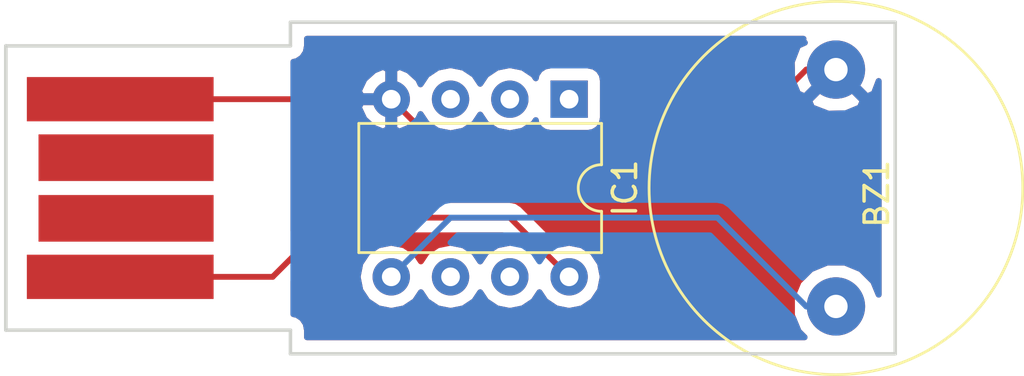
<source format=kicad_pcb>
(kicad_pcb (version 4) (host pcbnew 4.0.6)

  (general
    (links 4)
    (no_connects 0)
    (area 0 0 0 0)
    (thickness 1.6)
    (drawings 9)
    (tracks 13)
    (zones 0)
    (modules 3)
    (nets 9)
  )

  (page A4)
  (layers
    (0 F.Cu signal)
    (31 B.Cu signal)
    (32 B.Adhes user)
    (33 F.Adhes user)
    (34 B.Paste user)
    (35 F.Paste user)
    (36 B.SilkS user)
    (37 F.SilkS user)
    (38 B.Mask user)
    (39 F.Mask user)
    (40 Dwgs.User user)
    (41 Cmts.User user)
    (42 Eco1.User user)
    (43 Eco2.User user)
    (44 Edge.Cuts user)
    (45 Margin user)
    (46 B.CrtYd user)
    (47 F.CrtYd user)
    (48 B.Fab user)
    (49 F.Fab user)
  )

  (setup
    (last_trace_width 0.25)
    (trace_clearance 0.2)
    (zone_clearance 0.508)
    (zone_45_only no)
    (trace_min 0.2)
    (segment_width 0.2)
    (edge_width 0.15)
    (via_size 0.6)
    (via_drill 0.4)
    (via_min_size 0.4)
    (via_min_drill 0.3)
    (uvia_size 0.3)
    (uvia_drill 0.1)
    (uvias_allowed no)
    (uvia_min_size 0.2)
    (uvia_min_drill 0.1)
    (pcb_text_width 0.3)
    (pcb_text_size 1.5 1.5)
    (mod_edge_width 0.15)
    (mod_text_size 1 1)
    (mod_text_width 0.15)
    (pad_size 1.9 8)
    (pad_drill 0)
    (pad_to_mask_clearance 0.2)
    (aux_axis_origin 0 0)
    (visible_elements 7FFFFFFF)
    (pcbplotparams
      (layerselection 0x00030_80000001)
      (usegerberextensions false)
      (excludeedgelayer true)
      (linewidth 0.100000)
      (plotframeref false)
      (viasonmask false)
      (mode 1)
      (useauxorigin false)
      (hpglpennumber 1)
      (hpglpenspeed 20)
      (hpglpendiameter 15)
      (hpglpenoverlay 2)
      (psnegative false)
      (psa4output false)
      (plotreference true)
      (plotvalue true)
      (plotinvisibletext false)
      (padsonsilk false)
      (subtractmaskfromsilk false)
      (outputformat 1)
      (mirror false)
      (drillshape 1)
      (scaleselection 1)
      (outputdirectory ""))
  )

  (net 0 "")
  (net 1 "Net-(BZ1-Pad2)")
  (net 2 GND)
  (net 3 "Net-(IC1-Pad1)")
  (net 4 "Net-(IC1-Pad2)")
  (net 5 "Net-(IC1-Pad6)")
  (net 6 "Net-(IC1-Pad3)")
  (net 7 "Net-(IC1-Pad7)")
  (net 8 VCC)

  (net_class Default "This is the default net class."
    (clearance 0.2)
    (trace_width 0.25)
    (via_dia 0.6)
    (via_drill 0.4)
    (uvia_dia 0.3)
    (uvia_drill 0.1)
    (add_net GND)
    (add_net "Net-(BZ1-Pad2)")
    (add_net "Net-(IC1-Pad1)")
    (add_net "Net-(IC1-Pad2)")
    (add_net "Net-(IC1-Pad3)")
    (add_net "Net-(IC1-Pad6)")
    (add_net "Net-(IC1-Pad7)")
    (add_net VCC)
  )

  (module connectors:usb-PCB (layer F.Cu) (tedit 58C18398) (tstamp 58C0470B)
    (at 68.58 91.44 270)
    (attr virtual)
    (fp_text reference J2 (at 6.48 -7.85 270) (layer F.SilkS) hide
      (effects (font (size 1.5 1.5) (thickness 0.15)))
    )
    (fp_text value USB_A_PLUG (at 6.64 -10.13 270) (layer F.SilkS) hide
      (effects (font (size 1.5 1.5) (thickness 0.15)))
    )
    (fp_line (start 12.38 0) (end 12.38 -12) (layer Dwgs.User) (width 0.15))
    (fp_line (start 12.38 0) (end 0.32 0) (layer Dwgs.User) (width 0.15))
    (fp_line (start 0.32 0) (end 0.32 -12) (layer Dwgs.User) (width 0.15))
    (pad 1 connect rect (at 10.16 -4.9 270) (size 1.9 8) (layers F.Cu F.Mask)
      (net 8 VCC))
    (pad 4 connect rect (at 2.54 -4.9 270) (size 1.9 8) (layers F.Cu F.Mask)
      (net 2 GND))
    (pad 3 connect rect (at 5.05 -5.15 270) (size 2 7.5) (layers F.Cu F.Mask))
    (pad 2 connect rect (at 7.65 -5.15 270) (size 2 7.5) (layers F.Cu F.Mask))
  )

  (module Buzzers_Beepers:BUZZER (layer F.Cu) (tedit 0) (tstamp 58C1831C)
    (at 104.14 97.79 270)
    (path /58C047BC)
    (fp_text reference BZ1 (at 0.24892 -1.75006 270) (layer F.SilkS)
      (effects (font (size 1 1) (thickness 0.15)))
    )
    (fp_text value Buzzer (at 0 1.50114 270) (layer F.Fab)
      (effects (font (size 1 1) (thickness 0.15)))
    )
    (fp_circle (center 0 0) (end 8.001 0.24892) (layer F.SilkS) (width 0.12))
    (pad 2 thru_hole circle (at 5.08 0 270) (size 2.49936 2.49936) (drill 1.00076) (layers *.Cu *.Mask)
      (net 1 "Net-(BZ1-Pad2)"))
    (pad 1 thru_hole circle (at -5.08 0 270) (size 2.49936 2.49936) (drill 1.00076) (layers *.Cu *.Mask)
      (net 2 GND))
  )

  (module Housings_DIP:DIP-8_W7.62mm (layer F.Cu) (tedit 586281B4) (tstamp 58C18328)
    (at 92.71 93.98 270)
    (descr "8-lead dip package, row spacing 7.62 mm (300 mils)")
    (tags "DIL DIP PDIP 2.54mm 7.62mm 300mil")
    (path /58C04728)
    (fp_text reference IC1 (at 3.81 -2.39 270) (layer F.SilkS)
      (effects (font (size 1 1) (thickness 0.15)))
    )
    (fp_text value ATTINY85-P (at 3.81 10.01 270) (layer F.Fab)
      (effects (font (size 1 1) (thickness 0.15)))
    )
    (fp_arc (start 3.81 -1.39) (end 2.81 -1.39) (angle -180) (layer F.SilkS) (width 0.12))
    (fp_line (start 1.635 -1.27) (end 6.985 -1.27) (layer F.Fab) (width 0.1))
    (fp_line (start 6.985 -1.27) (end 6.985 8.89) (layer F.Fab) (width 0.1))
    (fp_line (start 6.985 8.89) (end 0.635 8.89) (layer F.Fab) (width 0.1))
    (fp_line (start 0.635 8.89) (end 0.635 -0.27) (layer F.Fab) (width 0.1))
    (fp_line (start 0.635 -0.27) (end 1.635 -1.27) (layer F.Fab) (width 0.1))
    (fp_line (start 2.81 -1.39) (end 1.04 -1.39) (layer F.SilkS) (width 0.12))
    (fp_line (start 1.04 -1.39) (end 1.04 9.01) (layer F.SilkS) (width 0.12))
    (fp_line (start 1.04 9.01) (end 6.58 9.01) (layer F.SilkS) (width 0.12))
    (fp_line (start 6.58 9.01) (end 6.58 -1.39) (layer F.SilkS) (width 0.12))
    (fp_line (start 6.58 -1.39) (end 4.81 -1.39) (layer F.SilkS) (width 0.12))
    (fp_line (start -1.1 -1.6) (end -1.1 9.2) (layer F.CrtYd) (width 0.05))
    (fp_line (start -1.1 9.2) (end 8.7 9.2) (layer F.CrtYd) (width 0.05))
    (fp_line (start 8.7 9.2) (end 8.7 -1.6) (layer F.CrtYd) (width 0.05))
    (fp_line (start 8.7 -1.6) (end -1.1 -1.6) (layer F.CrtYd) (width 0.05))
    (pad 1 thru_hole rect (at 0 0 270) (size 1.6 1.6) (drill 0.8) (layers *.Cu *.Mask)
      (net 3 "Net-(IC1-Pad1)"))
    (pad 5 thru_hole oval (at 7.62 7.62 270) (size 1.6 1.6) (drill 0.8) (layers *.Cu *.Mask)
      (net 1 "Net-(BZ1-Pad2)"))
    (pad 2 thru_hole oval (at 0 2.54 270) (size 1.6 1.6) (drill 0.8) (layers *.Cu *.Mask)
      (net 4 "Net-(IC1-Pad2)"))
    (pad 6 thru_hole oval (at 7.62 5.08 270) (size 1.6 1.6) (drill 0.8) (layers *.Cu *.Mask)
      (net 5 "Net-(IC1-Pad6)"))
    (pad 3 thru_hole oval (at 0 5.08 270) (size 1.6 1.6) (drill 0.8) (layers *.Cu *.Mask)
      (net 6 "Net-(IC1-Pad3)"))
    (pad 7 thru_hole oval (at 7.62 2.54 270) (size 1.6 1.6) (drill 0.8) (layers *.Cu *.Mask)
      (net 7 "Net-(IC1-Pad7)"))
    (pad 4 thru_hole oval (at 0 7.62 270) (size 1.6 1.6) (drill 0.8) (layers *.Cu *.Mask)
      (net 2 GND))
    (pad 8 thru_hole oval (at 7.62 0 270) (size 1.6 1.6) (drill 0.8) (layers *.Cu *.Mask)
      (net 8 VCC))
    (model Housings_DIP.3dshapes/DIP-8_W7.62mm.wrl
      (at (xyz 0 0 0))
      (scale (xyz 1 1 1))
      (rotate (xyz 0 0 0))
    )
  )

  (gr_line (start 68.58 91.694) (end 68.58 103.886) (angle 90) (layer Edge.Cuts) (width 0.15))
  (gr_line (start 80.772 91.694) (end 68.58 91.694) (angle 90) (layer Edge.Cuts) (width 0.15))
  (gr_line (start 80.772 90.678) (end 80.772 91.694) (angle 90) (layer Edge.Cuts) (width 0.15))
  (gr_line (start 106.68 90.678) (end 80.772 90.678) (angle 90) (layer Edge.Cuts) (width 0.15))
  (gr_line (start 106.68 104.902) (end 106.68 90.678) (angle 90) (layer Edge.Cuts) (width 0.15))
  (gr_line (start 80.772 104.902) (end 106.68 104.902) (angle 90) (layer Edge.Cuts) (width 0.15))
  (gr_line (start 80.772 103.886) (end 80.772 104.902) (angle 90) (layer Edge.Cuts) (width 0.15))
  (gr_line (start 68.58 103.886) (end 80.772 103.886) (angle 90) (layer Edge.Cuts) (width 0.15))
  (gr_line (start 68.58 91.694) (end 68.58 103.886) (angle 90) (layer Edge.Cuts) (width 0.15))

  (segment (start 85.09 101.6) (end 87.63 99.06) (width 0.25) (layer B.Cu) (net 1))
  (segment (start 102.87 102.87) (end 104.14 102.87) (width 0.25) (layer B.Cu) (net 1) (tstamp 58C18441))
  (segment (start 99.06 99.06) (end 102.87 102.87) (width 0.25) (layer B.Cu) (net 1) (tstamp 58C18440))
  (segment (start 87.63 99.06) (end 99.06 99.06) (width 0.25) (layer B.Cu) (net 1) (tstamp 58C1843F))
  (segment (start 73.48 93.98) (end 85.09 93.98) (width 0.25) (layer F.Cu) (net 2))
  (segment (start 85.09 93.98) (end 87.63 96.52) (width 0.25) (layer F.Cu) (net 2) (tstamp 58C1840E))
  (segment (start 87.63 96.52) (end 99.06 96.52) (width 0.25) (layer F.Cu) (net 2) (tstamp 58C1840F))
  (segment (start 99.06 96.52) (end 102.87 92.71) (width 0.25) (layer F.Cu) (net 2) (tstamp 58C18411))
  (segment (start 102.87 92.71) (end 104.14 92.71) (width 0.25) (layer F.Cu) (net 2) (tstamp 58C18413))
  (segment (start 73.48 101.6) (end 80.01 101.6) (width 0.25) (layer F.Cu) (net 8))
  (segment (start 90.17 99.06) (end 92.71 101.6) (width 0.25) (layer F.Cu) (net 8) (tstamp 58C18425))
  (segment (start 82.55 99.06) (end 90.17 99.06) (width 0.25) (layer F.Cu) (net 8) (tstamp 58C1841C))
  (segment (start 80.01 101.6) (end 82.55 99.06) (width 0.25) (layer F.Cu) (net 8) (tstamp 58C18419))

  (zone (net 2) (net_name GND) (layer F.Cu) (tstamp 58C18553) (hatch edge 0.508)
    (connect_pads (clearance 0.508))
    (min_thickness 0.254)
    (fill yes (arc_segments 16) (thermal_gap 0.508) (thermal_bridge_width 0.508))
    (polygon
      (pts
        (xy 106.68 104.902) (xy 80.772 104.902) (xy 80.772 90.678) (xy 106.68 90.678)
      )
    )
    (filled_polygon
      (pts
        (xy 102.693177 91.442785) (xy 102.80691 91.556518) (xy 102.514141 91.685725) (xy 102.245929 92.385883) (xy 102.266072 93.135384)
        (xy 102.514141 93.734275) (xy 102.806911 93.863483) (xy 103.960395 92.71) (xy 103.946252 92.695858) (xy 104.125858 92.516252)
        (xy 104.14 92.530395) (xy 104.154142 92.516252) (xy 104.333748 92.695858) (xy 104.319605 92.71) (xy 105.473089 93.863483)
        (xy 105.765859 93.734275) (xy 105.97 93.201372) (xy 105.97 102.363634) (xy 105.738686 101.803809) (xy 105.208979 101.273178)
        (xy 104.516531 100.985648) (xy 103.766759 100.984994) (xy 103.073809 101.271314) (xy 102.543178 101.801021) (xy 102.255648 102.493469)
        (xy 102.254994 103.243241) (xy 102.541314 103.936191) (xy 102.796678 104.192) (xy 81.482 104.192) (xy 81.482 103.886)
        (xy 81.427954 103.614295) (xy 81.274046 103.383954) (xy 81.043705 103.230046) (xy 80.899 103.201262) (xy 80.899 101.785802)
        (xy 82.864802 99.82) (xy 89.855198 99.82) (xy 90.172603 100.137405) (xy 90.17 100.136887) (xy 89.620849 100.24612)
        (xy 89.155302 100.557189) (xy 88.9 100.939275) (xy 88.644698 100.557189) (xy 88.179151 100.24612) (xy 87.63 100.136887)
        (xy 87.080849 100.24612) (xy 86.615302 100.557189) (xy 86.36 100.939275) (xy 86.104698 100.557189) (xy 85.639151 100.24612)
        (xy 85.09 100.136887) (xy 84.540849 100.24612) (xy 84.075302 100.557189) (xy 83.764233 101.022736) (xy 83.655 101.571887)
        (xy 83.655 101.628113) (xy 83.764233 102.177264) (xy 84.075302 102.642811) (xy 84.540849 102.95388) (xy 85.09 103.063113)
        (xy 85.639151 102.95388) (xy 86.104698 102.642811) (xy 86.36 102.260725) (xy 86.615302 102.642811) (xy 87.080849 102.95388)
        (xy 87.63 103.063113) (xy 88.179151 102.95388) (xy 88.644698 102.642811) (xy 88.9 102.260725) (xy 89.155302 102.642811)
        (xy 89.620849 102.95388) (xy 90.17 103.063113) (xy 90.719151 102.95388) (xy 91.184698 102.642811) (xy 91.44 102.260725)
        (xy 91.695302 102.642811) (xy 92.160849 102.95388) (xy 92.71 103.063113) (xy 93.259151 102.95388) (xy 93.724698 102.642811)
        (xy 94.035767 102.177264) (xy 94.145 101.628113) (xy 94.145 101.571887) (xy 94.035767 101.022736) (xy 93.724698 100.557189)
        (xy 93.259151 100.24612) (xy 92.71 100.136887) (xy 92.386114 100.201312) (xy 90.707401 98.522599) (xy 90.460839 98.357852)
        (xy 90.17 98.3) (xy 82.55 98.3) (xy 82.307414 98.348254) (xy 82.25916 98.357852) (xy 82.012599 98.522599)
        (xy 80.899 99.636198) (xy 80.899 94.329041) (xy 83.698086 94.329041) (xy 83.937611 94.835134) (xy 84.352577 95.211041)
        (xy 84.740961 95.371904) (xy 84.963 95.249915) (xy 84.963 94.107) (xy 83.819371 94.107) (xy 83.698086 94.329041)
        (xy 80.899 94.329041) (xy 80.899 93.630959) (xy 83.698086 93.630959) (xy 83.819371 93.853) (xy 84.963 93.853)
        (xy 84.963 92.710085) (xy 85.217 92.710085) (xy 85.217 93.853) (xy 85.237 93.853) (xy 85.237 94.107)
        (xy 85.217 94.107) (xy 85.217 95.249915) (xy 85.439039 95.371904) (xy 85.827423 95.211041) (xy 86.242389 94.835134)
        (xy 86.345014 94.618297) (xy 86.615302 95.022811) (xy 87.080849 95.33388) (xy 87.63 95.443113) (xy 88.179151 95.33388)
        (xy 88.644698 95.022811) (xy 88.9 94.640725) (xy 89.155302 95.022811) (xy 89.620849 95.33388) (xy 90.17 95.443113)
        (xy 90.719151 95.33388) (xy 91.184698 95.022811) (xy 91.281101 94.878535) (xy 91.306838 95.015317) (xy 91.44591 95.231441)
        (xy 91.65811 95.376431) (xy 91.91 95.42744) (xy 93.51 95.42744) (xy 93.745317 95.383162) (xy 93.961441 95.24409)
        (xy 94.106431 95.03189) (xy 94.15744 94.78) (xy 94.15744 94.043089) (xy 102.986517 94.043089) (xy 103.115725 94.335859)
        (xy 103.815883 94.604071) (xy 104.565384 94.583928) (xy 105.164275 94.335859) (xy 105.293483 94.043089) (xy 104.14 92.889605)
        (xy 102.986517 94.043089) (xy 94.15744 94.043089) (xy 94.15744 93.18) (xy 94.113162 92.944683) (xy 93.97409 92.728559)
        (xy 93.76189 92.583569) (xy 93.51 92.53256) (xy 91.91 92.53256) (xy 91.674683 92.576838) (xy 91.458559 92.71591)
        (xy 91.313569 92.92811) (xy 91.282185 93.083089) (xy 91.184698 92.937189) (xy 90.719151 92.62612) (xy 90.17 92.516887)
        (xy 89.620849 92.62612) (xy 89.155302 92.937189) (xy 88.9 93.319275) (xy 88.644698 92.937189) (xy 88.179151 92.62612)
        (xy 87.63 92.516887) (xy 87.080849 92.62612) (xy 86.615302 92.937189) (xy 86.345014 93.341703) (xy 86.242389 93.124866)
        (xy 85.827423 92.748959) (xy 85.439039 92.588096) (xy 85.217 92.710085) (xy 84.963 92.710085) (xy 84.740961 92.588096)
        (xy 84.352577 92.748959) (xy 83.937611 93.124866) (xy 83.698086 93.630959) (xy 80.899 93.630959) (xy 80.899 92.378738)
        (xy 81.043705 92.349954) (xy 81.274046 92.196046) (xy 81.427954 91.965705) (xy 81.482 91.694) (xy 81.482 91.388)
        (xy 102.747962 91.388)
      )
    )
  )
  (zone (net 2) (net_name GND) (layer B.Cu) (tstamp 58C18599) (hatch edge 0.508)
    (connect_pads (clearance 0.508))
    (min_thickness 0.254)
    (fill yes (arc_segments 16) (thermal_gap 0.508) (thermal_bridge_width 0.508))
    (polygon
      (pts
        (xy 80.772 90.678) (xy 106.68 90.678) (xy 106.68 104.902) (xy 80.772 104.902)
      )
    )
    (filled_polygon
      (pts
        (xy 102.693177 91.442785) (xy 102.80691 91.556518) (xy 102.514141 91.685725) (xy 102.245929 92.385883) (xy 102.266072 93.135384)
        (xy 102.514141 93.734275) (xy 102.806911 93.863483) (xy 103.960395 92.71) (xy 103.946252 92.695858) (xy 104.125858 92.516252)
        (xy 104.14 92.530395) (xy 104.154142 92.516252) (xy 104.333748 92.695858) (xy 104.319605 92.71) (xy 105.473089 93.863483)
        (xy 105.765859 93.734275) (xy 105.97 93.201372) (xy 105.97 102.363634) (xy 105.738686 101.803809) (xy 105.208979 101.273178)
        (xy 104.516531 100.985648) (xy 103.766759 100.984994) (xy 103.073809 101.271314) (xy 102.709645 101.634843) (xy 99.597401 98.522599)
        (xy 99.350839 98.357852) (xy 99.06 98.3) (xy 87.63 98.3) (xy 87.387414 98.348254) (xy 87.33916 98.357852)
        (xy 87.092599 98.522599) (xy 85.413886 100.201312) (xy 85.09 100.136887) (xy 84.540849 100.24612) (xy 84.075302 100.557189)
        (xy 83.764233 101.022736) (xy 83.655 101.571887) (xy 83.655 101.628113) (xy 83.764233 102.177264) (xy 84.075302 102.642811)
        (xy 84.540849 102.95388) (xy 85.09 103.063113) (xy 85.639151 102.95388) (xy 86.104698 102.642811) (xy 86.36 102.260725)
        (xy 86.615302 102.642811) (xy 87.080849 102.95388) (xy 87.63 103.063113) (xy 88.179151 102.95388) (xy 88.644698 102.642811)
        (xy 88.9 102.260725) (xy 89.155302 102.642811) (xy 89.620849 102.95388) (xy 90.17 103.063113) (xy 90.719151 102.95388)
        (xy 91.184698 102.642811) (xy 91.44 102.260725) (xy 91.695302 102.642811) (xy 92.160849 102.95388) (xy 92.71 103.063113)
        (xy 93.259151 102.95388) (xy 93.724698 102.642811) (xy 94.035767 102.177264) (xy 94.145 101.628113) (xy 94.145 101.571887)
        (xy 94.035767 101.022736) (xy 93.724698 100.557189) (xy 93.259151 100.24612) (xy 92.71 100.136887) (xy 92.160849 100.24612)
        (xy 91.695302 100.557189) (xy 91.44 100.939275) (xy 91.184698 100.557189) (xy 90.719151 100.24612) (xy 90.17 100.136887)
        (xy 89.620849 100.24612) (xy 89.155302 100.557189) (xy 88.9 100.939275) (xy 88.644698 100.557189) (xy 88.179151 100.24612)
        (xy 87.63 100.136887) (xy 87.627397 100.137405) (xy 87.944802 99.82) (xy 98.745198 99.82) (xy 102.31594 103.390742)
        (xy 102.541314 103.936191) (xy 102.796678 104.192) (xy 81.482 104.192) (xy 81.482 103.886) (xy 81.427954 103.614295)
        (xy 81.274046 103.383954) (xy 81.043705 103.230046) (xy 80.899 103.201262) (xy 80.899 94.329041) (xy 83.698086 94.329041)
        (xy 83.937611 94.835134) (xy 84.352577 95.211041) (xy 84.740961 95.371904) (xy 84.963 95.249915) (xy 84.963 94.107)
        (xy 83.819371 94.107) (xy 83.698086 94.329041) (xy 80.899 94.329041) (xy 80.899 93.630959) (xy 83.698086 93.630959)
        (xy 83.819371 93.853) (xy 84.963 93.853) (xy 84.963 92.710085) (xy 85.217 92.710085) (xy 85.217 93.853)
        (xy 85.237 93.853) (xy 85.237 94.107) (xy 85.217 94.107) (xy 85.217 95.249915) (xy 85.439039 95.371904)
        (xy 85.827423 95.211041) (xy 86.242389 94.835134) (xy 86.345014 94.618297) (xy 86.615302 95.022811) (xy 87.080849 95.33388)
        (xy 87.63 95.443113) (xy 88.179151 95.33388) (xy 88.644698 95.022811) (xy 88.9 94.640725) (xy 89.155302 95.022811)
        (xy 89.620849 95.33388) (xy 90.17 95.443113) (xy 90.719151 95.33388) (xy 91.184698 95.022811) (xy 91.281101 94.878535)
        (xy 91.306838 95.015317) (xy 91.44591 95.231441) (xy 91.65811 95.376431) (xy 91.91 95.42744) (xy 93.51 95.42744)
        (xy 93.745317 95.383162) (xy 93.961441 95.24409) (xy 94.106431 95.03189) (xy 94.15744 94.78) (xy 94.15744 94.043089)
        (xy 102.986517 94.043089) (xy 103.115725 94.335859) (xy 103.815883 94.604071) (xy 104.565384 94.583928) (xy 105.164275 94.335859)
        (xy 105.293483 94.043089) (xy 104.14 92.889605) (xy 102.986517 94.043089) (xy 94.15744 94.043089) (xy 94.15744 93.18)
        (xy 94.113162 92.944683) (xy 93.97409 92.728559) (xy 93.76189 92.583569) (xy 93.51 92.53256) (xy 91.91 92.53256)
        (xy 91.674683 92.576838) (xy 91.458559 92.71591) (xy 91.313569 92.92811) (xy 91.282185 93.083089) (xy 91.184698 92.937189)
        (xy 90.719151 92.62612) (xy 90.17 92.516887) (xy 89.620849 92.62612) (xy 89.155302 92.937189) (xy 88.9 93.319275)
        (xy 88.644698 92.937189) (xy 88.179151 92.62612) (xy 87.63 92.516887) (xy 87.080849 92.62612) (xy 86.615302 92.937189)
        (xy 86.345014 93.341703) (xy 86.242389 93.124866) (xy 85.827423 92.748959) (xy 85.439039 92.588096) (xy 85.217 92.710085)
        (xy 84.963 92.710085) (xy 84.740961 92.588096) (xy 84.352577 92.748959) (xy 83.937611 93.124866) (xy 83.698086 93.630959)
        (xy 80.899 93.630959) (xy 80.899 92.378738) (xy 81.043705 92.349954) (xy 81.274046 92.196046) (xy 81.427954 91.965705)
        (xy 81.482 91.694) (xy 81.482 91.388) (xy 102.747962 91.388)
      )
    )
  )
)

</source>
